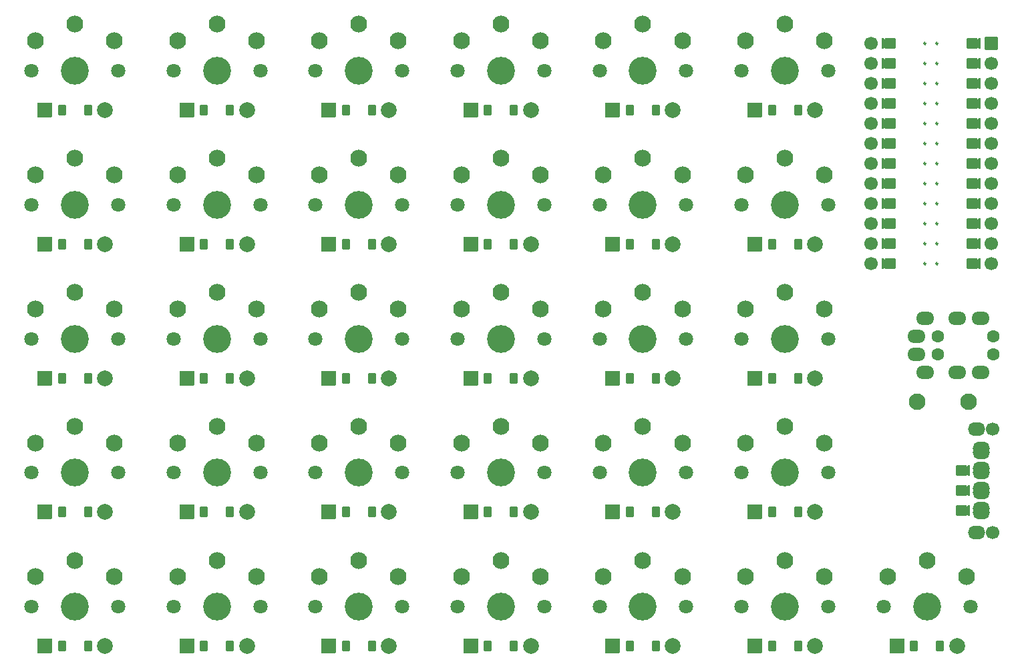
<source format=gbr>
%TF.GenerationSoftware,KiCad,Pcbnew,6.0.11-2627ca5db0~126~ubuntu22.04.1*%
%TF.CreationDate,2023-07-07T16:44:54-07:00*%
%TF.ProjectId,swirl,73776972-6c2e-46b6-9963-61645f706362,v1.0.0*%
%TF.SameCoordinates,Original*%
%TF.FileFunction,Soldermask,Bot*%
%TF.FilePolarity,Negative*%
%FSLAX46Y46*%
G04 Gerber Fmt 4.6, Leading zero omitted, Abs format (unit mm)*
G04 Created by KiCad (PCBNEW 6.0.11-2627ca5db0~126~ubuntu22.04.1) date 2023-07-07 16:44:54*
%MOMM*%
%LPD*%
G01*
G04 APERTURE LIST*
G04 Aperture macros list*
%AMRoundRect*
0 Rectangle with rounded corners*
0 $1 Rounding radius*
0 $2 $3 $4 $5 $6 $7 $8 $9 X,Y pos of 4 corners*
0 Add a 4 corners polygon primitive as box body*
4,1,4,$2,$3,$4,$5,$6,$7,$8,$9,$2,$3,0*
0 Add four circle primitives for the rounded corners*
1,1,$1+$1,$2,$3*
1,1,$1+$1,$4,$5*
1,1,$1+$1,$6,$7*
1,1,$1+$1,$8,$9*
0 Add four rect primitives between the rounded corners*
20,1,$1+$1,$2,$3,$4,$5,0*
20,1,$1+$1,$4,$5,$6,$7,0*
20,1,$1+$1,$6,$7,$8,$9,0*
20,1,$1+$1,$8,$9,$2,$3,0*%
%AMFreePoly0*
4,1,14,0.635355,0.435355,0.650000,0.400000,0.650000,0.200000,0.635355,0.164645,0.035355,-0.435355,0.000000,-0.450000,-0.035355,-0.435355,-0.635355,0.164645,-0.650000,0.200000,-0.650000,0.400000,-0.635355,0.435355,-0.600000,0.450000,0.600000,0.450000,0.635355,0.435355,0.635355,0.435355,$1*%
%AMFreePoly1*
4,1,16,0.635355,1.035355,0.650000,1.000000,0.650000,-0.250000,0.635355,-0.285355,0.600000,-0.300000,-0.600000,-0.300000,-0.635355,-0.285355,-0.650000,-0.250000,-0.650000,1.000000,-0.635355,1.035355,-0.600000,1.050000,-0.564645,1.035355,0.000000,0.470710,0.564645,1.035355,0.600000,1.050000,0.635355,1.035355,0.635355,1.035355,$1*%
%AMFreePoly2*
4,1,14,0.035355,0.435355,0.635355,-0.164645,0.650000,-0.200000,0.650000,-0.400000,0.635355,-0.435355,0.600000,-0.450000,-0.600000,-0.450000,-0.635355,-0.435355,-0.650000,-0.400000,-0.650000,-0.200000,-0.635355,-0.164645,-0.035355,0.435355,0.000000,0.450000,0.035355,0.435355,0.035355,0.435355,$1*%
%AMFreePoly3*
4,1,16,0.635355,0.285355,0.650000,0.250000,0.650000,-1.000000,0.635355,-1.035355,0.600000,-1.050000,0.564645,-1.035355,0.000000,-0.470710,-0.564645,-1.035355,-0.600000,-1.050000,-0.635355,-1.035355,-0.650000,-1.000000,-0.650000,0.250000,-0.635355,0.285355,-0.600000,0.300000,0.600000,0.300000,0.635355,0.285355,0.635355,0.285355,$1*%
G04 Aperture macros list end*
%ADD10C,0.100000*%
%ADD11C,0.250000*%
%ADD12C,1.600000*%
%ADD13O,2.300000X1.700000*%
%ADD14C,2.100000*%
%ADD15C,1.801800*%
%ADD16C,3.529000*%
%ADD17C,2.132000*%
%ADD18RoundRect,0.050000X-0.450000X-0.600000X0.450000X-0.600000X0.450000X0.600000X-0.450000X0.600000X0*%
%ADD19RoundRect,0.050000X-0.889000X-0.889000X0.889000X-0.889000X0.889000X0.889000X-0.889000X0.889000X0*%
%ADD20C,2.005000*%
%ADD21O,2.200000X1.700000*%
%ADD22FreePoly0,270.000000*%
%ADD23FreePoly1,270.000000*%
%ADD24C,1.700000*%
%ADD25FreePoly2,270.000000*%
%ADD26FreePoly2,90.000000*%
%ADD27RoundRect,0.050000X-0.800000X0.800000X-0.800000X-0.800000X0.800000X-0.800000X0.800000X0.800000X0*%
%ADD28FreePoly3,270.000000*%
%ADD29FreePoly3,90.000000*%
G04 APERTURE END LIST*
%TO.C,EN1*%
G36*
X113254000Y16762000D02*
G01*
X112238000Y16762000D01*
X112238000Y17778000D01*
X113254000Y17778000D01*
X113254000Y16762000D01*
G37*
D10*
X113254000Y16762000D02*
X112238000Y16762000D01*
X112238000Y17778000D01*
X113254000Y17778000D01*
X113254000Y16762000D01*
G36*
X113254000Y11682000D02*
G01*
X112238000Y11682000D01*
X112238000Y12698000D01*
X113254000Y12698000D01*
X113254000Y11682000D01*
G37*
X113254000Y11682000D02*
X112238000Y11682000D01*
X112238000Y12698000D01*
X113254000Y12698000D01*
X113254000Y11682000D01*
G36*
X113254000Y14222000D02*
G01*
X112238000Y14222000D01*
X112238000Y15238000D01*
X113254000Y15238000D01*
X113254000Y14222000D01*
G37*
X113254000Y14222000D02*
X112238000Y14222000D01*
X112238000Y15238000D01*
X113254000Y15238000D01*
X113254000Y14222000D01*
D11*
%TO.C,MCU1*%
X109387000Y66390000D02*
G75*
G03*
X109387000Y66390000I-125000J0D01*
G01*
X107863000Y46070000D02*
G75*
G03*
X107863000Y46070000I-125000J0D01*
G01*
X107863000Y58770000D02*
G75*
G03*
X107863000Y58770000I-125000J0D01*
G01*
X107863000Y48610000D02*
G75*
G03*
X107863000Y48610000I-125000J0D01*
G01*
X109387000Y58770000D02*
G75*
G03*
X109387000Y58770000I-125000J0D01*
G01*
X109387000Y68930000D02*
G75*
G03*
X109387000Y68930000I-125000J0D01*
G01*
X109387000Y56230000D02*
G75*
G03*
X109387000Y56230000I-125000J0D01*
G01*
X109387000Y51150000D02*
G75*
G03*
X109387000Y51150000I-125000J0D01*
G01*
X109387000Y48610000D02*
G75*
G03*
X109387000Y48610000I-125000J0D01*
G01*
X107863000Y56230000D02*
G75*
G03*
X107863000Y56230000I-125000J0D01*
G01*
X107863000Y68930000D02*
G75*
G03*
X107863000Y68930000I-125000J0D01*
G01*
X107863000Y61310000D02*
G75*
G03*
X107863000Y61310000I-125000J0D01*
G01*
X107863000Y71470000D02*
G75*
G03*
X107863000Y71470000I-125000J0D01*
G01*
X107863000Y66390000D02*
G75*
G03*
X107863000Y66390000I-125000J0D01*
G01*
X107863000Y51150000D02*
G75*
G03*
X107863000Y51150000I-125000J0D01*
G01*
X109387000Y43530000D02*
G75*
G03*
X109387000Y43530000I-125000J0D01*
G01*
X109387000Y46070000D02*
G75*
G03*
X109387000Y46070000I-125000J0D01*
G01*
X109387000Y53690000D02*
G75*
G03*
X109387000Y53690000I-125000J0D01*
G01*
X107863000Y63850000D02*
G75*
G03*
X107863000Y63850000I-125000J0D01*
G01*
X109387000Y71470000D02*
G75*
G03*
X109387000Y71470000I-125000J0D01*
G01*
X109387000Y63850000D02*
G75*
G03*
X109387000Y63850000I-125000J0D01*
G01*
X107863000Y53690000D02*
G75*
G03*
X107863000Y53690000I-125000J0D01*
G01*
X109387000Y61310000D02*
G75*
G03*
X109387000Y61310000I-125000J0D01*
G01*
X107863000Y43530000D02*
G75*
G03*
X107863000Y43530000I-125000J0D01*
G01*
G36*
X103420000Y70962000D02*
G01*
X102404000Y70962000D01*
X102404000Y71978000D01*
X103420000Y71978000D01*
X103420000Y70962000D01*
G37*
D10*
X103420000Y70962000D02*
X102404000Y70962000D01*
X102404000Y71978000D01*
X103420000Y71978000D01*
X103420000Y70962000D01*
G36*
X114596000Y63342000D02*
G01*
X113580000Y63342000D01*
X113580000Y64358000D01*
X114596000Y64358000D01*
X114596000Y63342000D01*
G37*
X114596000Y63342000D02*
X113580000Y63342000D01*
X113580000Y64358000D01*
X114596000Y64358000D01*
X114596000Y63342000D01*
G36*
X103420000Y50642000D02*
G01*
X102404000Y50642000D01*
X102404000Y51658000D01*
X103420000Y51658000D01*
X103420000Y50642000D01*
G37*
X103420000Y50642000D02*
X102404000Y50642000D01*
X102404000Y51658000D01*
X103420000Y51658000D01*
X103420000Y50642000D01*
G36*
X103420000Y68422000D02*
G01*
X102404000Y68422000D01*
X102404000Y69438000D01*
X103420000Y69438000D01*
X103420000Y68422000D01*
G37*
X103420000Y68422000D02*
X102404000Y68422000D01*
X102404000Y69438000D01*
X103420000Y69438000D01*
X103420000Y68422000D01*
G36*
X103420000Y48102000D02*
G01*
X102404000Y48102000D01*
X102404000Y49118000D01*
X103420000Y49118000D01*
X103420000Y48102000D01*
G37*
X103420000Y48102000D02*
X102404000Y48102000D01*
X102404000Y49118000D01*
X103420000Y49118000D01*
X103420000Y48102000D01*
G36*
X103420000Y45562000D02*
G01*
X102404000Y45562000D01*
X102404000Y46578000D01*
X103420000Y46578000D01*
X103420000Y45562000D01*
G37*
X103420000Y45562000D02*
X102404000Y45562000D01*
X102404000Y46578000D01*
X103420000Y46578000D01*
X103420000Y45562000D01*
G36*
X114596000Y43022000D02*
G01*
X113580000Y43022000D01*
X113580000Y44038000D01*
X114596000Y44038000D01*
X114596000Y43022000D01*
G37*
X114596000Y43022000D02*
X113580000Y43022000D01*
X113580000Y44038000D01*
X114596000Y44038000D01*
X114596000Y43022000D01*
G36*
X114596000Y60802000D02*
G01*
X113580000Y60802000D01*
X113580000Y61818000D01*
X114596000Y61818000D01*
X114596000Y60802000D01*
G37*
X114596000Y60802000D02*
X113580000Y60802000D01*
X113580000Y61818000D01*
X114596000Y61818000D01*
X114596000Y60802000D01*
G36*
X114596000Y45562000D02*
G01*
X113580000Y45562000D01*
X113580000Y46578000D01*
X114596000Y46578000D01*
X114596000Y45562000D01*
G37*
X114596000Y45562000D02*
X113580000Y45562000D01*
X113580000Y46578000D01*
X114596000Y46578000D01*
X114596000Y45562000D01*
G36*
X114596000Y70962000D02*
G01*
X113580000Y70962000D01*
X113580000Y71978000D01*
X114596000Y71978000D01*
X114596000Y70962000D01*
G37*
X114596000Y70962000D02*
X113580000Y70962000D01*
X113580000Y71978000D01*
X114596000Y71978000D01*
X114596000Y70962000D01*
G36*
X103420000Y55722000D02*
G01*
X102404000Y55722000D01*
X102404000Y56738000D01*
X103420000Y56738000D01*
X103420000Y55722000D01*
G37*
X103420000Y55722000D02*
X102404000Y55722000D01*
X102404000Y56738000D01*
X103420000Y56738000D01*
X103420000Y55722000D01*
G36*
X114596000Y48102000D02*
G01*
X113580000Y48102000D01*
X113580000Y49118000D01*
X114596000Y49118000D01*
X114596000Y48102000D01*
G37*
X114596000Y48102000D02*
X113580000Y48102000D01*
X113580000Y49118000D01*
X114596000Y49118000D01*
X114596000Y48102000D01*
G36*
X114596000Y55722000D02*
G01*
X113580000Y55722000D01*
X113580000Y56738000D01*
X114596000Y56738000D01*
X114596000Y55722000D01*
G37*
X114596000Y55722000D02*
X113580000Y55722000D01*
X113580000Y56738000D01*
X114596000Y56738000D01*
X114596000Y55722000D01*
G36*
X103420000Y53182000D02*
G01*
X102404000Y53182000D01*
X102404000Y54198000D01*
X103420000Y54198000D01*
X103420000Y53182000D01*
G37*
X103420000Y53182000D02*
X102404000Y53182000D01*
X102404000Y54198000D01*
X103420000Y54198000D01*
X103420000Y53182000D01*
G36*
X114596000Y50642000D02*
G01*
X113580000Y50642000D01*
X113580000Y51658000D01*
X114596000Y51658000D01*
X114596000Y50642000D01*
G37*
X114596000Y50642000D02*
X113580000Y50642000D01*
X113580000Y51658000D01*
X114596000Y51658000D01*
X114596000Y50642000D01*
G36*
X114596000Y68422000D02*
G01*
X113580000Y68422000D01*
X113580000Y69438000D01*
X114596000Y69438000D01*
X114596000Y68422000D01*
G37*
X114596000Y68422000D02*
X113580000Y68422000D01*
X113580000Y69438000D01*
X114596000Y69438000D01*
X114596000Y68422000D01*
G36*
X103420000Y65882000D02*
G01*
X102404000Y65882000D01*
X102404000Y66898000D01*
X103420000Y66898000D01*
X103420000Y65882000D01*
G37*
X103420000Y65882000D02*
X102404000Y65882000D01*
X102404000Y66898000D01*
X103420000Y66898000D01*
X103420000Y65882000D01*
G36*
X114596000Y53182000D02*
G01*
X113580000Y53182000D01*
X113580000Y54198000D01*
X114596000Y54198000D01*
X114596000Y53182000D01*
G37*
X114596000Y53182000D02*
X113580000Y53182000D01*
X113580000Y54198000D01*
X114596000Y54198000D01*
X114596000Y53182000D01*
G36*
X103420000Y43022000D02*
G01*
X102404000Y43022000D01*
X102404000Y44038000D01*
X103420000Y44038000D01*
X103420000Y43022000D01*
G37*
X103420000Y43022000D02*
X102404000Y43022000D01*
X102404000Y44038000D01*
X103420000Y44038000D01*
X103420000Y43022000D01*
G36*
X114596000Y58262000D02*
G01*
X113580000Y58262000D01*
X113580000Y59278000D01*
X114596000Y59278000D01*
X114596000Y58262000D01*
G37*
X114596000Y58262000D02*
X113580000Y58262000D01*
X113580000Y59278000D01*
X114596000Y59278000D01*
X114596000Y58262000D01*
G36*
X103420000Y58262000D02*
G01*
X102404000Y58262000D01*
X102404000Y59278000D01*
X103420000Y59278000D01*
X103420000Y58262000D01*
G37*
X103420000Y58262000D02*
X102404000Y58262000D01*
X102404000Y59278000D01*
X103420000Y59278000D01*
X103420000Y58262000D01*
G36*
X103420000Y63342000D02*
G01*
X102404000Y63342000D01*
X102404000Y64358000D01*
X103420000Y64358000D01*
X103420000Y63342000D01*
G37*
X103420000Y63342000D02*
X102404000Y63342000D01*
X102404000Y64358000D01*
X103420000Y64358000D01*
X103420000Y63342000D01*
G36*
X103420000Y60802000D02*
G01*
X102404000Y60802000D01*
X102404000Y61818000D01*
X103420000Y61818000D01*
X103420000Y60802000D01*
G37*
X103420000Y60802000D02*
X102404000Y60802000D01*
X102404000Y61818000D01*
X103420000Y61818000D01*
X103420000Y60802000D01*
G36*
X114596000Y65882000D02*
G01*
X113580000Y65882000D01*
X113580000Y66898000D01*
X114596000Y66898000D01*
X114596000Y65882000D01*
G37*
X114596000Y65882000D02*
X113580000Y65882000D01*
X113580000Y66898000D01*
X114596000Y66898000D01*
X114596000Y65882000D01*
%TD*%
D12*
%TO.C,TRRS1*%
X116400000Y32000000D03*
X109400000Y32000000D03*
X116400000Y34300000D03*
X109400000Y34300000D03*
D13*
X106700000Y32000000D03*
X106700000Y34300000D03*
X107800000Y29700000D03*
X107800000Y36600000D03*
X111800000Y36600000D03*
X111800000Y29700000D03*
X114800000Y36600000D03*
X114800000Y29700000D03*
%TD*%
D14*
%TO.C,B1*%
X106750000Y26000000D03*
X113250000Y26000000D03*
%TD*%
D15*
%TO.C,S25*%
X77500000Y68000000D03*
X66500000Y68000000D03*
D16*
X72000000Y68000000D03*
D17*
X67000000Y71800000D03*
X77000000Y71800000D03*
X72000000Y73900000D03*
X72000000Y73900000D03*
%TD*%
D18*
%TO.C,D9*%
X16350000Y46000000D03*
D19*
X14190000Y46000000D03*
D18*
X19650000Y46000000D03*
D20*
X21810000Y46000000D03*
%TD*%
D15*
%TO.C,S8*%
X23500000Y34000000D03*
X12500000Y34000000D03*
D16*
X18000000Y34000000D03*
D17*
X23000000Y37800000D03*
X13000000Y37800000D03*
X18000000Y39900000D03*
X18000000Y39900000D03*
%TD*%
D19*
%TO.C,D8*%
X14190000Y29000000D03*
D18*
X16350000Y29000000D03*
D20*
X21810000Y29000000D03*
D18*
X19650000Y29000000D03*
%TD*%
%TO.C,D1*%
X-1650000Y-5000000D03*
D19*
X-3810000Y-5000000D03*
D18*
X1650000Y-5000000D03*
D20*
X3810000Y-5000000D03*
%TD*%
D18*
%TO.C,D18*%
X52350000Y29000000D03*
D19*
X50190000Y29000000D03*
D18*
X55650000Y29000000D03*
D20*
X57810000Y29000000D03*
%TD*%
D18*
%TO.C,D16*%
X52350000Y-5000000D03*
D19*
X50190000Y-5000000D03*
D20*
X57810000Y-5000000D03*
D18*
X55650000Y-5000000D03*
%TD*%
D15*
%TO.C,S30*%
X95500000Y68000000D03*
D16*
X90000000Y68000000D03*
D15*
X84500000Y68000000D03*
D17*
X85000000Y71800000D03*
X95000000Y71800000D03*
X90000000Y73900000D03*
X90000000Y73900000D03*
%TD*%
D21*
%TO.C,EN1*%
X114875000Y14992000D03*
X114875000Y17532000D03*
X114875000Y20072000D03*
X114875000Y14468000D03*
X114875000Y19548000D03*
D22*
X113000000Y12190000D03*
D21*
X114875000Y11928000D03*
D22*
X113000000Y14730000D03*
X113000000Y17270000D03*
D21*
X114875000Y12452000D03*
X114875000Y17008000D03*
D23*
X111984000Y12190000D03*
X111984000Y14730000D03*
X111984000Y17270000D03*
D24*
X116350000Y9452000D03*
X116350000Y22548000D03*
D21*
X114250000Y9452000D03*
X114250000Y22548000D03*
%TD*%
D19*
%TO.C,D4*%
X-3810000Y46000000D03*
D18*
X-1650000Y46000000D03*
D20*
X3810000Y46000000D03*
D18*
X1650000Y46000000D03*
%TD*%
D15*
%TO.C,S21*%
X66500000Y0D03*
X77500000Y0D03*
D16*
X72000000Y0D03*
D17*
X67000000Y3800000D03*
X77000000Y3800000D03*
X72000000Y5900000D03*
X72000000Y5900000D03*
%TD*%
D18*
%TO.C,D31*%
X106350000Y-5000000D03*
D19*
X104190000Y-5000000D03*
D18*
X109650000Y-5000000D03*
D20*
X111810000Y-5000000D03*
%TD*%
D16*
%TO.C,S22*%
X72000000Y17000000D03*
D15*
X77500000Y17000000D03*
X66500000Y17000000D03*
D17*
X77000000Y20800000D03*
X67000000Y20800000D03*
X72000000Y22900000D03*
X72000000Y22900000D03*
%TD*%
D19*
%TO.C,D6*%
X14190000Y-5000000D03*
D18*
X16350000Y-5000000D03*
D20*
X21810000Y-5000000D03*
D18*
X19650000Y-5000000D03*
%TD*%
D15*
%TO.C,S3*%
X-5500000Y34000000D03*
D16*
X0Y34000000D03*
D15*
X5500000Y34000000D03*
D17*
X-5000000Y37800000D03*
X5000000Y37800000D03*
X0Y39900000D03*
X0Y39900000D03*
%TD*%
D19*
%TO.C,D29*%
X86190000Y46000000D03*
D18*
X88350000Y46000000D03*
D20*
X93810000Y46000000D03*
D18*
X91650000Y46000000D03*
%TD*%
%TO.C,D23*%
X70350000Y29000000D03*
D19*
X68190000Y29000000D03*
D18*
X73650000Y29000000D03*
D20*
X75810000Y29000000D03*
%TD*%
D18*
%TO.C,D3*%
X-1650000Y29000000D03*
D19*
X-3810000Y29000000D03*
D18*
X1650000Y29000000D03*
D20*
X3810000Y29000000D03*
%TD*%
D15*
%TO.C,S31*%
X102500000Y0D03*
D16*
X108000000Y0D03*
D15*
X113500000Y0D03*
D17*
X113000000Y3800000D03*
X103000000Y3800000D03*
X108000000Y5900000D03*
X108000000Y5900000D03*
%TD*%
D18*
%TO.C,D15*%
X34350000Y63000000D03*
D19*
X32190000Y63000000D03*
D20*
X39810000Y63000000D03*
D18*
X37650000Y63000000D03*
%TD*%
D15*
%TO.C,S6*%
X23500000Y0D03*
X12500000Y0D03*
D16*
X18000000Y0D03*
D17*
X13000000Y3800000D03*
X23000000Y3800000D03*
X18000000Y5900000D03*
X18000000Y5900000D03*
%TD*%
D16*
%TO.C,S14*%
X36000000Y51000000D03*
D15*
X30500000Y51000000D03*
X41500000Y51000000D03*
D17*
X41000000Y54800000D03*
X31000000Y54800000D03*
X36000000Y56900000D03*
X36000000Y56900000D03*
%TD*%
D16*
%TO.C,S4*%
X0Y51000000D03*
D15*
X-5500000Y51000000D03*
X5500000Y51000000D03*
D17*
X5000000Y54800000D03*
X-5000000Y54800000D03*
X0Y56900000D03*
X0Y56900000D03*
%TD*%
D18*
%TO.C,D27*%
X88350000Y12000000D03*
D19*
X86190000Y12000000D03*
D18*
X91650000Y12000000D03*
D20*
X93810000Y12000000D03*
%TD*%
D15*
%TO.C,S24*%
X66500000Y51000000D03*
D16*
X72000000Y51000000D03*
D15*
X77500000Y51000000D03*
D17*
X77000000Y54800000D03*
X67000000Y54800000D03*
X72000000Y56900000D03*
X72000000Y56900000D03*
%TD*%
D19*
%TO.C,D24*%
X68190000Y46000000D03*
D18*
X70350000Y46000000D03*
X73650000Y46000000D03*
D20*
X75810000Y46000000D03*
%TD*%
D18*
%TO.C,D13*%
X34350000Y29000000D03*
D19*
X32190000Y29000000D03*
D18*
X37650000Y29000000D03*
D20*
X39810000Y29000000D03*
%TD*%
D16*
%TO.C,S9*%
X18000000Y51000000D03*
D15*
X23500000Y51000000D03*
X12500000Y51000000D03*
D17*
X13000000Y54800000D03*
X23000000Y54800000D03*
X18000000Y56900000D03*
X18000000Y56900000D03*
%TD*%
D15*
%TO.C,S1*%
X-5500000Y0D03*
X5500000Y0D03*
D16*
X0Y0D03*
D17*
X5000000Y3800000D03*
X-5000000Y3800000D03*
X0Y5900000D03*
X0Y5900000D03*
%TD*%
D19*
%TO.C,D2*%
X-3810000Y12000000D03*
D18*
X-1650000Y12000000D03*
D20*
X3810000Y12000000D03*
D18*
X1650000Y12000000D03*
%TD*%
D16*
%TO.C,S5*%
X0Y68000000D03*
D15*
X5500000Y68000000D03*
X-5500000Y68000000D03*
D17*
X5000000Y71800000D03*
X-5000000Y71800000D03*
X0Y73900000D03*
X0Y73900000D03*
%TD*%
D19*
%TO.C,D11*%
X32190000Y-5000000D03*
D18*
X34350000Y-5000000D03*
D20*
X39810000Y-5000000D03*
D18*
X37650000Y-5000000D03*
%TD*%
%TO.C,D30*%
X88350000Y63000000D03*
D19*
X86190000Y63000000D03*
D18*
X91650000Y63000000D03*
D20*
X93810000Y63000000D03*
%TD*%
D15*
%TO.C,S20*%
X59500000Y68000000D03*
D16*
X54000000Y68000000D03*
D15*
X48500000Y68000000D03*
D17*
X49000000Y71800000D03*
X59000000Y71800000D03*
X54000000Y73900000D03*
X54000000Y73900000D03*
%TD*%
D16*
%TO.C,S19*%
X54000000Y51000000D03*
D15*
X48500000Y51000000D03*
X59500000Y51000000D03*
D17*
X49000000Y54800000D03*
X59000000Y54800000D03*
X54000000Y56900000D03*
X54000000Y56900000D03*
%TD*%
D16*
%TO.C,S23*%
X72000000Y34000000D03*
D15*
X66500000Y34000000D03*
X77500000Y34000000D03*
D17*
X77000000Y37800000D03*
X67000000Y37800000D03*
X72000000Y39900000D03*
X72000000Y39900000D03*
%TD*%
D19*
%TO.C,D25*%
X68190000Y63000000D03*
D18*
X70350000Y63000000D03*
X73650000Y63000000D03*
D20*
X75810000Y63000000D03*
%TD*%
D18*
%TO.C,D28*%
X88350000Y29000000D03*
D19*
X86190000Y29000000D03*
D20*
X93810000Y29000000D03*
D18*
X91650000Y29000000D03*
%TD*%
D15*
%TO.C,S26*%
X84500000Y0D03*
X95500000Y0D03*
D16*
X90000000Y0D03*
D17*
X95000000Y3800000D03*
X85000000Y3800000D03*
X90000000Y5900000D03*
X90000000Y5900000D03*
%TD*%
D16*
%TO.C,S18*%
X54000000Y34000000D03*
D15*
X48500000Y34000000D03*
X59500000Y34000000D03*
D17*
X49000000Y37800000D03*
X59000000Y37800000D03*
X54000000Y39900000D03*
X54000000Y39900000D03*
%TD*%
D16*
%TO.C,S28*%
X90000000Y34000000D03*
D15*
X84500000Y34000000D03*
X95500000Y34000000D03*
D17*
X95000000Y37800000D03*
X85000000Y37800000D03*
X90000000Y39900000D03*
X90000000Y39900000D03*
%TD*%
D15*
%TO.C,S10*%
X23500000Y68000000D03*
D16*
X18000000Y68000000D03*
D15*
X12500000Y68000000D03*
D17*
X23000000Y71800000D03*
X13000000Y71800000D03*
X18000000Y73900000D03*
X18000000Y73900000D03*
%TD*%
D19*
%TO.C,D20*%
X50190000Y63000000D03*
D18*
X52350000Y63000000D03*
X55650000Y63000000D03*
D20*
X57810000Y63000000D03*
%TD*%
D15*
%TO.C,S27*%
X95500000Y17000000D03*
X84500000Y17000000D03*
D16*
X90000000Y17000000D03*
D17*
X85000000Y20800000D03*
X95000000Y20800000D03*
X90000000Y22900000D03*
X90000000Y22900000D03*
%TD*%
D18*
%TO.C,D12*%
X34350000Y12000000D03*
D19*
X32190000Y12000000D03*
D18*
X37650000Y12000000D03*
D20*
X39810000Y12000000D03*
%TD*%
D19*
%TO.C,D14*%
X32190000Y46000000D03*
D18*
X34350000Y46000000D03*
X37650000Y46000000D03*
D20*
X39810000Y46000000D03*
%TD*%
D18*
%TO.C,D5*%
X-1650000Y63000000D03*
D19*
X-3810000Y63000000D03*
D18*
X1650000Y63000000D03*
D20*
X3810000Y63000000D03*
%TD*%
D15*
%TO.C,S7*%
X23500000Y17000000D03*
X12500000Y17000000D03*
D16*
X18000000Y17000000D03*
D17*
X23000000Y20800000D03*
X13000000Y20800000D03*
X18000000Y22900000D03*
X18000000Y22900000D03*
%TD*%
D18*
%TO.C,D22*%
X70350000Y12000000D03*
D19*
X68190000Y12000000D03*
D18*
X73650000Y12000000D03*
D20*
X75810000Y12000000D03*
%TD*%
D19*
%TO.C,D7*%
X14190000Y12000000D03*
D18*
X16350000Y12000000D03*
D20*
X21810000Y12000000D03*
D18*
X19650000Y12000000D03*
%TD*%
D19*
%TO.C,D26*%
X86190000Y-5000000D03*
D18*
X88350000Y-5000000D03*
D20*
X93810000Y-5000000D03*
D18*
X91650000Y-5000000D03*
%TD*%
%TO.C,D17*%
X52350000Y12000000D03*
D19*
X50190000Y12000000D03*
D20*
X57810000Y12000000D03*
D18*
X55650000Y12000000D03*
%TD*%
%TO.C,D10*%
X16350000Y63000000D03*
D19*
X14190000Y63000000D03*
D20*
X21810000Y63000000D03*
D18*
X19650000Y63000000D03*
%TD*%
%TO.C,D21*%
X70350000Y-5000000D03*
D19*
X68190000Y-5000000D03*
D18*
X73650000Y-5000000D03*
D20*
X75810000Y-5000000D03*
%TD*%
D15*
%TO.C,S12*%
X30500000Y17000000D03*
D16*
X36000000Y17000000D03*
D15*
X41500000Y17000000D03*
D17*
X41000000Y20800000D03*
X31000000Y20800000D03*
X36000000Y22900000D03*
X36000000Y22900000D03*
%TD*%
D15*
%TO.C,S29*%
X95500000Y51000000D03*
D16*
X90000000Y51000000D03*
D15*
X84500000Y51000000D03*
D17*
X95000000Y54800000D03*
X85000000Y54800000D03*
X90000000Y56900000D03*
X90000000Y56900000D03*
%TD*%
D15*
%TO.C,S13*%
X30500000Y34000000D03*
D16*
X36000000Y34000000D03*
D15*
X41500000Y34000000D03*
D17*
X31000000Y37800000D03*
X41000000Y37800000D03*
X36000000Y39900000D03*
X36000000Y39900000D03*
%TD*%
D15*
%TO.C,S11*%
X30500000Y0D03*
D16*
X36000000Y0D03*
D15*
X41500000Y0D03*
D17*
X41000000Y3800000D03*
X31000000Y3800000D03*
X36000000Y5900000D03*
X36000000Y5900000D03*
%TD*%
D16*
%TO.C,S2*%
X0Y17000000D03*
D15*
X5500000Y17000000D03*
X-5500000Y17000000D03*
D17*
X5000000Y20800000D03*
X-5000000Y20800000D03*
X0Y22900000D03*
X0Y22900000D03*
%TD*%
D15*
%TO.C,S15*%
X30500000Y68000000D03*
X41500000Y68000000D03*
D16*
X36000000Y68000000D03*
D17*
X31000000Y71800000D03*
X41000000Y71800000D03*
X36000000Y73900000D03*
X36000000Y73900000D03*
%TD*%
D18*
%TO.C,D19*%
X52350000Y46000000D03*
D19*
X50190000Y46000000D03*
D20*
X57810000Y46000000D03*
D18*
X55650000Y46000000D03*
%TD*%
D16*
%TO.C,S17*%
X54000000Y17000000D03*
D15*
X59500000Y17000000D03*
X48500000Y17000000D03*
D17*
X59000000Y20800000D03*
X49000000Y20800000D03*
X54000000Y22900000D03*
X54000000Y22900000D03*
%TD*%
D15*
%TO.C,S16*%
X48500000Y0D03*
D16*
X54000000Y0D03*
D15*
X59500000Y0D03*
D17*
X59000000Y3800000D03*
X49000000Y3800000D03*
X54000000Y5900000D03*
X54000000Y5900000D03*
%TD*%
D24*
%TO.C,MCU1*%
X116120000Y53690000D03*
D25*
X102658000Y43530000D03*
D26*
X114342000Y71470000D03*
D24*
X116120000Y66390000D03*
D26*
X114342000Y53690000D03*
D24*
X100880000Y43530000D03*
X100880000Y46070000D03*
X100880000Y56230000D03*
X100880000Y58770000D03*
X100880000Y63850000D03*
X116120000Y63850000D03*
D26*
X114342000Y56230000D03*
D24*
X100880000Y51150000D03*
X116120000Y61310000D03*
X100880000Y53690000D03*
D26*
X114342000Y43530000D03*
D24*
X116120000Y71470000D03*
X116120000Y43530000D03*
X100880000Y61310000D03*
X116120000Y48610000D03*
D25*
X102658000Y48610000D03*
D26*
X114342000Y51150000D03*
X114342000Y68930000D03*
D25*
X102658000Y63850000D03*
X102658000Y46070000D03*
X102658000Y61310000D03*
D26*
X114342000Y58770000D03*
X114342000Y66390000D03*
D24*
X116120000Y56230000D03*
X100880000Y68930000D03*
D26*
X114342000Y61310000D03*
X114342000Y48610000D03*
D27*
X116120000Y71470000D03*
D25*
X102658000Y51150000D03*
D26*
X114342000Y46070000D03*
D24*
X100880000Y66390000D03*
X100880000Y71470000D03*
X116120000Y58770000D03*
X100880000Y48610000D03*
D25*
X102658000Y66390000D03*
D26*
X114342000Y63850000D03*
D25*
X102658000Y68930000D03*
D24*
X116120000Y51150000D03*
D25*
X102658000Y58770000D03*
X102658000Y53690000D03*
D24*
X116120000Y68930000D03*
X116120000Y46070000D03*
D25*
X102658000Y71470000D03*
X102658000Y56230000D03*
D28*
X103674000Y71470000D03*
X103674000Y68930000D03*
X103674000Y66390000D03*
X103674000Y63850000D03*
X103674000Y61310000D03*
X103674000Y58770000D03*
X103674000Y56230000D03*
X103674000Y53690000D03*
X103674000Y51150000D03*
X103674000Y48610000D03*
X103674000Y46070000D03*
X103674000Y43530000D03*
D29*
X113326000Y43530000D03*
X113326000Y46070000D03*
X113326000Y48610000D03*
X113326000Y51150000D03*
X113326000Y53690000D03*
X113326000Y56230000D03*
X113326000Y58770000D03*
X113326000Y61310000D03*
X113326000Y63850000D03*
X113326000Y66390000D03*
X113326000Y68930000D03*
X113326000Y71470000D03*
%TD*%
M02*

</source>
